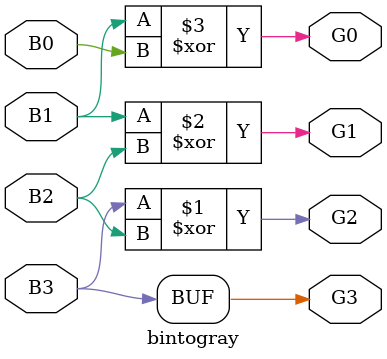
<source format=v>
module bintogray(input B3,input B2,input B1,input B0,output G3,output G2,output G1,output G0);

assign G3 = B3;
assign G2 = B3^B2;
assign G1 = B1^B2;
assign G0 = B1^B0;

endmodule

</source>
